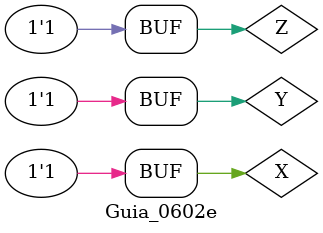
<source format=v>
/*
 Guia_0602e.v - v0.0. - 28 / 08 / 2022
 Autor    : Gabriel Vargas Bento de Souza
 Matricula: 778023
 */

/* 
 Produto das somas
               ____
F(X, Y, Z) =   | |  M (1, 3, 6, 7) = PoS(1, 3, 6, 7)
*/

/**
 PoS (0, 3, 5, 7) = X+Y+Z' . X+Y'+Z' . X'+Y'+Z . X'+Y'+Z'
 */
module PoS (output S,
            input  X, Y, Z);
   assign S = ( X |  Y | ~Z)  // 1
            & ( X | ~Y | ~Z)  // 3
            & (~X | ~Y |  Z)  // 6
            & (~X | ~Y | ~Z); // 7
endmodule // PoS 

/**
 PoS(0,3,5,7)_Simplificado = X+Z' . X'+Y'
 */
module PoS_simple (output S,
                   input  X, Y, Z);
   assign S = ( X | ~Z)
            & (~X | ~Y);
endmodule // PoS_simple

/**
  Guia_0602e.v
 */
module Guia_0602e;
   reg  X, Y, Z;
   wire S1, S2;
   
   // instancias
   PoS        POS1 (S1, X, Y, Z);
   PoS_simple POS2 (S2, X, Y, Z);
   
   // valores iniciais
   initial begin: start
      X=1'bx; Y=1'bx; Z=1'bx;
   end

   // parte principal
   initial begin: main
       $display("Gabriel Vargas Bento de Souza - 778023");
       $display("Guia_06");
       $display("\n02.e) PoS (1, 3, 6, 7)\n");

       // monitoramento
       $display(" X  Y  Z  S1  S2");
       $monitor("%2b %2b %2b %2b %3b", X,  Y,  Z,  S1, S2);

       // sinalizacao
          X=0; Y=0; Z=0;
       #1           Z=1;
       #1      Y=1; Z=0;
       #1           Z=1;
       #1 X=1; Y=0; Z=0;
       #1           Z=1;
       #1      Y=1; Z=0;
       #1           Z=1;
   end
endmodule // Guia_0602e

/*
C:\Users\Gabriel\Desktop\CC-PUC\2Periodo\ARQ1\Tarefas\Guia06>vvp Guia_0602e.vvp
Gabriel Vargas Bento de Souza - 778023
Guia_06

02.e) PoS (1, 3, 6, 7)

 X  Y  Z  S1  S2
 0  0  0  1   1
 0  0  1  0   0
 0  1  0  1   1
 0  1  1  0   0
 1  0  0  1   1
 1  0  1  1   1
 1  1  0  0   0
 1  1  1  0   0
*/
</source>
